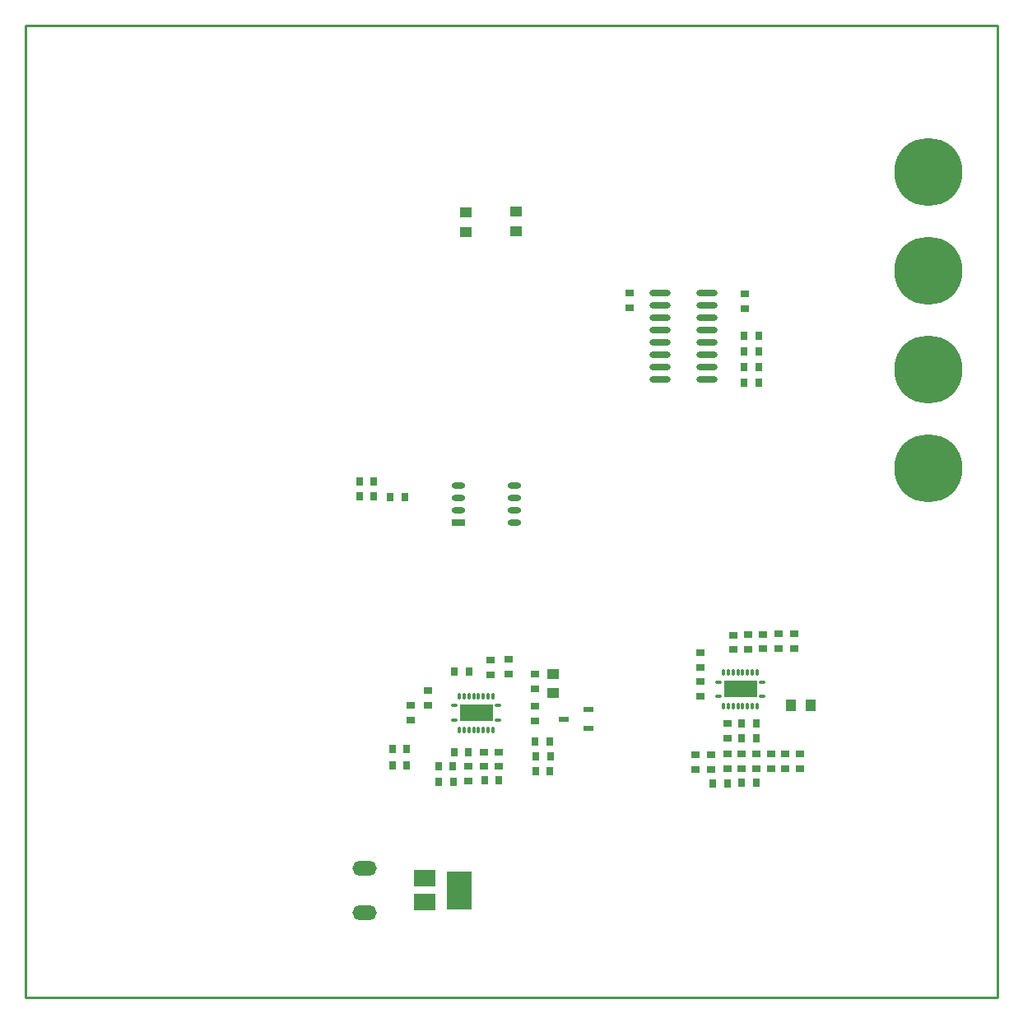
<source format=gbp>
%FSLAX25Y25*%
%MOIN*%
G70*
G01*
G75*
G04 Layer_Color=128*
%ADD10O,0.06299X0.01181*%
%ADD11R,0.06299X0.01181*%
%ADD12O,0.01181X0.06299*%
%ADD13R,0.05000X0.06000*%
%ADD14R,0.03347X0.02756*%
%ADD15R,0.02756X0.03347*%
%ADD16R,0.03937X0.05118*%
%ADD17R,0.10630X0.03937*%
%ADD18R,0.03543X0.02126*%
%ADD19R,0.01969X0.06299*%
%ADD20R,0.14410X0.07874*%
%ADD21R,0.14410X0.09843*%
%ADD22R,0.21654X0.05630*%
%ADD23R,0.03937X0.10630*%
%ADD24R,0.20866X0.11024*%
%ADD25R,0.05118X0.03937*%
%ADD26R,0.09843X0.15748*%
%ADD27R,0.08661X0.07087*%
%ADD28O,0.09843X0.05906*%
%ADD29R,0.10000X0.07500*%
%ADD30R,0.02126X0.03543*%
%ADD31R,0.06299X0.01969*%
%ADD32R,0.07874X0.14410*%
%ADD33R,0.09843X0.14410*%
%ADD34R,0.02559X0.05315*%
%ADD35R,0.09449X0.08268*%
%ADD36O,0.03543X0.01969*%
%ADD37O,0.03543X0.01969*%
%ADD38R,0.03543X0.01969*%
%ADD39R,0.02362X0.03937*%
%ADD40R,0.03937X0.02362*%
%ADD41C,0.03000*%
%ADD42C,0.00800*%
%ADD43C,0.01000*%
%ADD44C,0.01500*%
%ADD45C,0.04000*%
%ADD46C,0.03500*%
%ADD47C,0.06000*%
%ADD48C,0.01200*%
%ADD49C,0.02000*%
%ADD50C,0.10000*%
%ADD51C,0.08000*%
%ADD52C,0.05000*%
%ADD53R,0.07300X0.29900*%
%ADD54R,0.18900X0.05200*%
%ADD55R,0.04000X0.18600*%
%ADD56R,0.10200X0.04900*%
%ADD57R,0.12367X0.05271*%
%ADD58R,0.44271X0.10500*%
%ADD59R,0.07400X0.15300*%
%ADD60R,0.28371X0.07471*%
%ADD61R,0.10722X0.08773*%
%ADD62R,0.08600X0.43171*%
%ADD63R,0.06400X0.08900*%
%ADD64R,0.10871X0.13938*%
%ADD65R,0.10571X0.09351*%
%ADD66R,0.24300X1.56600*%
%ADD67R,0.50200X0.62200*%
%ADD68R,0.24100X0.17400*%
%ADD69R,0.25624X0.17093*%
%ADD70R,0.23600X0.17400*%
%ADD71C,0.05906*%
%ADD72C,0.12205*%
%ADD73O,0.06000X0.10000*%
%ADD74R,0.06000X0.10000*%
%ADD75O,0.11811X0.09843*%
%ADD76R,0.11811X0.09843*%
%ADD77O,0.05906X0.09843*%
%ADD78R,0.05906X0.09843*%
%ADD79R,0.09843X0.11811*%
%ADD80O,0.09843X0.11811*%
%ADD81R,0.05906X0.05906*%
%ADD82C,0.06693*%
%ADD83C,0.05500*%
%ADD84O,0.07874X0.15748*%
%ADD85C,0.05512*%
%ADD86C,0.03000*%
%ADD87C,0.02000*%
%ADD88C,0.04000*%
%ADD89O,0.05500X0.02500*%
%ADD90R,0.05500X0.02500*%
%ADD91C,0.27559*%
%ADD92O,0.08661X0.02362*%
%ADD93O,0.01181X0.02756*%
%ADD94O,0.02756X0.01181*%
%ADD95R,0.13386X0.07087*%
%ADD96R,0.05200X0.25200*%
%ADD97R,0.18000X0.06400*%
%ADD98R,0.04000X0.22000*%
%ADD99R,0.09100X0.04600*%
%ADD100R,0.18400X0.60700*%
%ADD101R,0.24600X1.31200*%
%ADD102R,0.50100X0.62100*%
%ADD103C,0.00394*%
%ADD104C,0.00500*%
%ADD105C,0.00787*%
%ADD106C,0.00591*%
%ADD107R,0.04724X0.02756*%
%ADD108R,0.01968X0.03543*%
%ADD109R,0.23900X1.76759*%
%ADD110O,0.07099X0.01981*%
%ADD111R,0.07099X0.01981*%
%ADD112O,0.01981X0.07099*%
%ADD113R,0.05800X0.06800*%
%ADD114R,0.04147X0.03556*%
%ADD115R,0.03556X0.04147*%
%ADD116R,0.04737X0.05918*%
%ADD117R,0.11430X0.04737*%
%ADD118R,0.04343X0.02926*%
%ADD119R,0.02769X0.07099*%
%ADD120R,0.15210X0.08674*%
%ADD121R,0.15210X0.10642*%
%ADD122R,0.22453X0.06430*%
%ADD123R,0.04737X0.11430*%
%ADD124R,0.21666X0.11824*%
%ADD125R,0.05918X0.04737*%
%ADD126R,0.10642X0.16548*%
%ADD127R,0.09461X0.07887*%
%ADD128O,0.10642X0.06706*%
%ADD129R,0.10800X0.08300*%
%ADD130R,0.02926X0.04343*%
%ADD131R,0.07099X0.02769*%
%ADD132R,0.08674X0.15210*%
%ADD133R,0.10642X0.15210*%
%ADD134R,0.03359X0.06115*%
%ADD135R,0.10249X0.09068*%
%ADD136O,0.04343X0.02769*%
%ADD137O,0.04343X0.02769*%
%ADD138R,0.04343X0.02769*%
%ADD139R,0.03162X0.04737*%
%ADD140R,0.04737X0.03162*%
%ADD141C,0.06706*%
%ADD142C,0.13005*%
%ADD143O,0.06800X0.10800*%
%ADD144R,0.06800X0.10800*%
%ADD145O,0.12611X0.10642*%
%ADD146R,0.12611X0.10642*%
%ADD147O,0.06706X0.10642*%
%ADD148R,0.06706X0.10642*%
%ADD149R,0.10642X0.12611*%
%ADD150O,0.10642X0.12611*%
%ADD151R,0.06706X0.06706*%
%ADD152C,0.07493*%
%ADD153C,0.06300*%
%ADD154O,0.08674X0.16548*%
%ADD155C,0.06312*%
%ADD156R,0.26300X0.08900*%
%ADD157R,0.11700X0.26700*%
%ADD158R,0.15700X0.26800*%
%ADD159R,1.11500X0.07500*%
%ADD160R,0.24600X1.77500*%
%ADD161O,0.06300X0.03300*%
%ADD162R,0.06300X0.03300*%
%ADD163C,0.28359*%
%ADD164O,0.09461X0.03162*%
%ADD165O,0.01981X0.03556*%
%ADD166O,0.03556X0.01981*%
%ADD167R,0.14186X0.07887*%
D14*
X244700Y-108500D02*
D03*
Y-114406D02*
D03*
X291400Y-108900D02*
D03*
Y-114805D02*
D03*
X277500Y-301306D02*
D03*
Y-295400D02*
D03*
X273177Y-271800D02*
D03*
Y-265895D02*
D03*
X286477Y-252900D02*
D03*
Y-246994D02*
D03*
X301802Y-295195D02*
D03*
Y-301100D02*
D03*
X298777Y-246600D02*
D03*
Y-252505D02*
D03*
X304977Y-246400D02*
D03*
Y-252306D02*
D03*
X295965Y-295195D02*
D03*
Y-301100D02*
D03*
X292477Y-252606D02*
D03*
Y-246700D02*
D03*
X311177Y-252306D02*
D03*
Y-246400D02*
D03*
X273277Y-259906D02*
D03*
Y-254000D02*
D03*
X284277Y-288705D02*
D03*
Y-282800D02*
D03*
X271400Y-301406D02*
D03*
Y-295500D02*
D03*
X284290Y-301100D02*
D03*
Y-295195D02*
D03*
X290127Y-295195D02*
D03*
Y-301100D02*
D03*
X307640Y-295195D02*
D03*
Y-301100D02*
D03*
X313477Y-295195D02*
D03*
Y-301100D02*
D03*
X179377Y-300189D02*
D03*
Y-306095D02*
D03*
X162977Y-275406D02*
D03*
Y-269500D02*
D03*
X188177Y-262906D02*
D03*
Y-257000D02*
D03*
X206277Y-268605D02*
D03*
Y-262700D02*
D03*
X195677Y-256900D02*
D03*
Y-262806D02*
D03*
X206277Y-281800D02*
D03*
Y-275894D02*
D03*
X155977Y-281300D02*
D03*
Y-275395D02*
D03*
X191777Y-294300D02*
D03*
Y-300205D02*
D03*
X185477Y-294295D02*
D03*
Y-300200D02*
D03*
D15*
X147695Y-191100D02*
D03*
X153600D02*
D03*
X135195Y-190900D02*
D03*
X141100D02*
D03*
X141105Y-184800D02*
D03*
X135200D02*
D03*
X290995Y-125900D02*
D03*
X296900D02*
D03*
X290995Y-132200D02*
D03*
X296900D02*
D03*
X290995Y-138500D02*
D03*
X296900D02*
D03*
X295877Y-288800D02*
D03*
X289972D02*
D03*
X295977Y-282800D02*
D03*
X290072D02*
D03*
X278400Y-307200D02*
D03*
X284306D02*
D03*
X290995Y-144800D02*
D03*
X296900D02*
D03*
X295983Y-306800D02*
D03*
X290077D02*
D03*
X206372Y-290000D02*
D03*
X212277D02*
D03*
X206572Y-296000D02*
D03*
X212477D02*
D03*
X167372Y-306294D02*
D03*
X173277D02*
D03*
X173472Y-294295D02*
D03*
X179377D02*
D03*
X191783Y-305894D02*
D03*
X185877D02*
D03*
X148472Y-299700D02*
D03*
X154377D02*
D03*
X148472Y-293200D02*
D03*
X154377D02*
D03*
X206477Y-302200D02*
D03*
X212383D02*
D03*
X179577Y-261600D02*
D03*
X173672D02*
D03*
X173077Y-300195D02*
D03*
X167172D02*
D03*
D16*
X309977Y-275300D02*
D03*
X317851D02*
D03*
D25*
X198600Y-83300D02*
D03*
Y-75426D02*
D03*
X178200Y-83700D02*
D03*
Y-75826D02*
D03*
X213777Y-270500D02*
D03*
Y-262626D02*
D03*
D26*
X175757Y-350300D02*
D03*
D27*
X161583Y-345379D02*
D03*
X161584Y-355221D02*
D03*
D28*
X137371Y-341245D02*
D03*
Y-359355D02*
D03*
D40*
X227800Y-284874D02*
D03*
X217957Y-280937D02*
D03*
X227800Y-277000D02*
D03*
D43*
X-0Y0D02*
X393701D01*
X-0Y-393701D02*
Y0D01*
Y-393701D02*
X393701D01*
Y0D01*
D89*
X175200Y-196300D02*
D03*
X197838D02*
D03*
X175200Y-186300D02*
D03*
Y-191300D02*
D03*
X197838Y-186300D02*
D03*
Y-201300D02*
D03*
Y-191300D02*
D03*
D90*
X175200Y-201300D02*
D03*
D91*
X365600Y-59400D02*
D03*
Y-99367D02*
D03*
Y-139333D02*
D03*
Y-179300D02*
D03*
D92*
X257051Y-143500D02*
D03*
Y-138500D02*
D03*
Y-133500D02*
D03*
Y-128500D02*
D03*
Y-123500D02*
D03*
Y-118500D02*
D03*
Y-113500D02*
D03*
Y-108500D02*
D03*
X275949Y-143500D02*
D03*
Y-138500D02*
D03*
Y-133500D02*
D03*
Y-128500D02*
D03*
Y-123500D02*
D03*
Y-118500D02*
D03*
Y-113500D02*
D03*
Y-108500D02*
D03*
D93*
X296367Y-275790D02*
D03*
X294398D02*
D03*
X292430D02*
D03*
X290461D02*
D03*
X288493D02*
D03*
X286524D02*
D03*
X284556D02*
D03*
X282587D02*
D03*
Y-262010D02*
D03*
X284556D02*
D03*
X286524D02*
D03*
X288493D02*
D03*
X290461D02*
D03*
X292430D02*
D03*
X294398D02*
D03*
X296367D02*
D03*
X189367Y-285390D02*
D03*
X187398D02*
D03*
X185430D02*
D03*
X183461D02*
D03*
X181493D02*
D03*
X179524D02*
D03*
X177556D02*
D03*
X175587D02*
D03*
Y-271610D02*
D03*
X177556D02*
D03*
X179524D02*
D03*
X181493D02*
D03*
X183461D02*
D03*
X185430D02*
D03*
X187398D02*
D03*
X189367D02*
D03*
D94*
X280619Y-271853D02*
D03*
Y-265947D02*
D03*
X298335D02*
D03*
Y-271853D02*
D03*
X173619Y-281453D02*
D03*
Y-275547D02*
D03*
X191335D02*
D03*
Y-281453D02*
D03*
D95*
X289477Y-268900D02*
D03*
X182477Y-278500D02*
D03*
M02*

</source>
